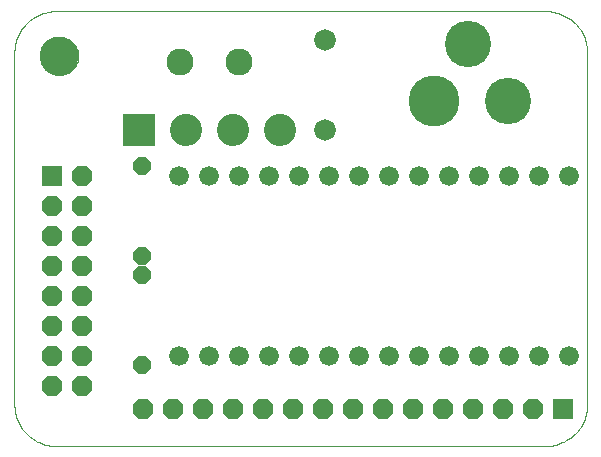
<source format=gts>
G75*
G70*
%OFA0B0*%
%FSLAX24Y24*%
%IPPOS*%
%LPD*%
%AMOC8*
5,1,8,0,0,1.08239X$1,22.5*
%
%ADD10C,0.0000*%
%ADD11C,0.1700*%
%ADD12C,0.1542*%
%ADD13OC8,0.0600*%
%ADD14R,0.0680X0.0680*%
%ADD15OC8,0.0680*%
%ADD16C,0.1073*%
%ADD17R,0.1073X0.1073*%
%ADD18C,0.0720*%
%ADD19C,0.0660*%
%ADD20C,0.1300*%
%ADD21C,0.0900*%
D10*
X001580Y000180D02*
X017880Y000180D01*
X017953Y000182D01*
X018026Y000188D01*
X018099Y000197D01*
X018171Y000211D01*
X018242Y000228D01*
X018313Y000249D01*
X018382Y000273D01*
X018449Y000301D01*
X018516Y000333D01*
X018580Y000368D01*
X018642Y000406D01*
X018703Y000447D01*
X018761Y000492D01*
X018817Y000540D01*
X018870Y000590D01*
X018920Y000643D01*
X018968Y000699D01*
X019013Y000757D01*
X019054Y000818D01*
X019092Y000880D01*
X019127Y000944D01*
X019159Y001011D01*
X019187Y001078D01*
X019211Y001147D01*
X019232Y001218D01*
X019249Y001289D01*
X019263Y001361D01*
X019272Y001434D01*
X019278Y001507D01*
X019280Y001580D01*
X019280Y013280D01*
X019278Y013353D01*
X019272Y013426D01*
X019263Y013499D01*
X019249Y013571D01*
X019232Y013642D01*
X019211Y013713D01*
X019187Y013782D01*
X019159Y013849D01*
X019127Y013916D01*
X019092Y013980D01*
X019054Y014042D01*
X019013Y014103D01*
X018968Y014161D01*
X018920Y014217D01*
X018870Y014270D01*
X018817Y014320D01*
X018761Y014368D01*
X018703Y014413D01*
X018642Y014454D01*
X018580Y014492D01*
X018516Y014527D01*
X018449Y014559D01*
X018382Y014587D01*
X018313Y014611D01*
X018242Y014632D01*
X018171Y014649D01*
X018099Y014663D01*
X018026Y014672D01*
X017953Y014678D01*
X017880Y014680D01*
X001580Y014680D01*
X001507Y014678D01*
X001434Y014672D01*
X001361Y014663D01*
X001289Y014649D01*
X001218Y014632D01*
X001147Y014611D01*
X001078Y014587D01*
X001011Y014559D01*
X000944Y014527D01*
X000880Y014492D01*
X000818Y014454D01*
X000757Y014413D01*
X000699Y014368D01*
X000643Y014320D01*
X000590Y014270D01*
X000540Y014217D01*
X000492Y014161D01*
X000447Y014103D01*
X000406Y014042D01*
X000368Y013980D01*
X000333Y013916D01*
X000301Y013849D01*
X000273Y013782D01*
X000249Y013713D01*
X000228Y013642D01*
X000211Y013571D01*
X000197Y013499D01*
X000188Y013426D01*
X000182Y013353D01*
X000180Y013280D01*
X000180Y001580D01*
X000182Y001507D01*
X000188Y001434D01*
X000197Y001361D01*
X000211Y001289D01*
X000228Y001218D01*
X000249Y001147D01*
X000273Y001078D01*
X000301Y001011D01*
X000333Y000944D01*
X000368Y000880D01*
X000406Y000818D01*
X000447Y000757D01*
X000492Y000699D01*
X000540Y000643D01*
X000590Y000590D01*
X000643Y000540D01*
X000699Y000492D01*
X000757Y000447D01*
X000818Y000406D01*
X000880Y000368D01*
X000944Y000333D01*
X001011Y000301D01*
X001078Y000273D01*
X001147Y000249D01*
X001218Y000228D01*
X001289Y000211D01*
X001361Y000197D01*
X001434Y000188D01*
X001507Y000182D01*
X001580Y000180D01*
X001050Y013180D02*
X001052Y013230D01*
X001058Y013280D01*
X001068Y013329D01*
X001082Y013377D01*
X001099Y013424D01*
X001120Y013469D01*
X001145Y013513D01*
X001173Y013554D01*
X001205Y013593D01*
X001239Y013630D01*
X001276Y013664D01*
X001316Y013694D01*
X001358Y013721D01*
X001402Y013745D01*
X001448Y013766D01*
X001495Y013782D01*
X001543Y013795D01*
X001593Y013804D01*
X001642Y013809D01*
X001693Y013810D01*
X001743Y013807D01*
X001792Y013800D01*
X001841Y013789D01*
X001889Y013774D01*
X001935Y013756D01*
X001980Y013734D01*
X002023Y013708D01*
X002064Y013679D01*
X002103Y013647D01*
X002139Y013612D01*
X002171Y013574D01*
X002201Y013534D01*
X002228Y013491D01*
X002251Y013447D01*
X002270Y013401D01*
X002286Y013353D01*
X002298Y013304D01*
X002306Y013255D01*
X002310Y013205D01*
X002310Y013155D01*
X002306Y013105D01*
X002298Y013056D01*
X002286Y013007D01*
X002270Y012959D01*
X002251Y012913D01*
X002228Y012869D01*
X002201Y012826D01*
X002171Y012786D01*
X002139Y012748D01*
X002103Y012713D01*
X002064Y012681D01*
X002023Y012652D01*
X001980Y012626D01*
X001935Y012604D01*
X001889Y012586D01*
X001841Y012571D01*
X001792Y012560D01*
X001743Y012553D01*
X001693Y012550D01*
X001642Y012551D01*
X001593Y012556D01*
X001543Y012565D01*
X001495Y012578D01*
X001448Y012594D01*
X001402Y012615D01*
X001358Y012639D01*
X001316Y012666D01*
X001276Y012696D01*
X001239Y012730D01*
X001205Y012767D01*
X001173Y012806D01*
X001145Y012847D01*
X001120Y012891D01*
X001099Y012936D01*
X001082Y012983D01*
X001068Y013031D01*
X001058Y013080D01*
X001052Y013130D01*
X001050Y013180D01*
D11*
X014176Y011680D03*
D12*
X015298Y013570D03*
X016636Y011680D03*
D13*
X004430Y009530D03*
X004430Y006530D03*
X004430Y005880D03*
X004430Y002880D03*
D14*
X001430Y009180D03*
X018480Y001430D03*
D15*
X017480Y001430D03*
X016480Y001430D03*
X015480Y001430D03*
X014480Y001430D03*
X013480Y001430D03*
X012480Y001430D03*
X011480Y001430D03*
X010480Y001430D03*
X009480Y001430D03*
X008480Y001430D03*
X007480Y001430D03*
X006480Y001430D03*
X005480Y001430D03*
X004480Y001430D03*
X002430Y002180D03*
X001430Y002180D03*
X001430Y003180D03*
X002430Y003180D03*
X002430Y004180D03*
X001430Y004180D03*
X001430Y005180D03*
X002430Y005180D03*
X002430Y006180D03*
X001430Y006180D03*
X001430Y007180D03*
X002430Y007180D03*
X002430Y008180D03*
X001430Y008180D03*
X002430Y009180D03*
D16*
X005900Y010730D03*
X007460Y010730D03*
X009020Y010730D03*
D17*
X004340Y010730D03*
D18*
X010530Y010730D03*
X010530Y013730D03*
D19*
X010680Y009180D03*
X009680Y009180D03*
X008680Y009180D03*
X007680Y009180D03*
X006680Y009180D03*
X005680Y009180D03*
X011680Y009180D03*
X012680Y009180D03*
X013680Y009180D03*
X014680Y009180D03*
X015680Y009180D03*
X016680Y009180D03*
X017680Y009180D03*
X018680Y009180D03*
X018680Y003180D03*
X017680Y003180D03*
X016680Y003180D03*
X015680Y003180D03*
X014680Y003180D03*
X013680Y003180D03*
X012680Y003180D03*
X011680Y003180D03*
X010680Y003180D03*
X009680Y003180D03*
X008680Y003180D03*
X007680Y003180D03*
X006680Y003180D03*
X005680Y003180D03*
D20*
X001680Y013180D03*
D21*
X005696Y012980D03*
X007664Y012980D03*
M02*

</source>
